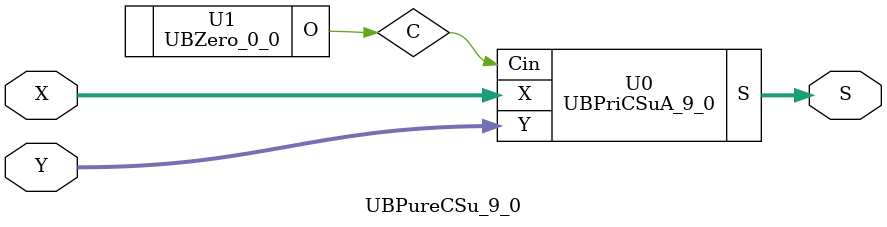
<source format=v>
/*----------------------------------------------------------------------------
  Copyright (c) 2021 Homma laboratory. All rights reserved.

  Top module: UBCSu_9_0_9_0

  Operand-1 length: 10
  Operand-2 length: 10
  Two-operand addition algorithm: Conditional sum adder
----------------------------------------------------------------------------*/

module UBFA_0(C, S, X, Y, Z);
  output C;
  output S;
  input X;
  input Y;
  input Z;
  assign C = ( X & Y ) | ( Y & Z ) | ( Z & X );
  assign S = X ^ Y ^ Z;
endmodule

module UBHCSuB_0_0(C, S, X, Y, Ci);
  output C;
  output S;
  input Ci;
  input X;
  input Y;
  UBFA_0 U0 (C, S, X, Y, Ci);
endmodule

module UBZero_1_1(O);
  output [1:1] O;
  assign O[1] = 0;
endmodule

module UBOne_1(O);
  output O;
  assign O = 1;
endmodule

module UBFA_1(C, S, X, Y, Z);
  output C;
  output S;
  input X;
  input Y;
  input Z;
  assign C = ( X & Y ) | ( Y & Z ) | ( Z & X );
  assign S = X ^ Y ^ Z;
endmodule

module UBCSuB_1_1(C_0, C_1, S_0, S_1, X, Y);
  output C_0;
  output C_1;
  output S_0;
  output S_1;
  input X;
  input Y;
  wire Ci_0;
  wire Ci_1;
  wire Co_0;
  wire Co_1;
  assign C_0 = ( Co_0 & ( ~ Ci_0 ) ) | ( Co_1 & Ci_0 );
  assign C_1 = ( Co_0 & ( ~ Ci_1 ) ) | ( Co_1 & Ci_1 );
  UBZero_1_1 U0 (Ci_0);
  UBOne_1 U1 (Ci_1);
  UBFA_1 U2 (Co_0, S_0, X, Y, Ci_0);
  UBFA_1 U3 (Co_1, S_1, X, Y, Ci_1);
endmodule

module UBHCSuB_1_0(C, S, X, Y, Ci);
  output C;
  output [1:0] S;
  input Ci;
  input [1:0] X;
  input [1:0] Y;
  wire C_0;
  wire C_1;
  wire Co;
  wire S_0;
  wire S_1;
  assign S[1] = ( S_0 & ( ~ Co ) ) | ( S_1 & Co );
  assign C = ( C_0 & ( ~ Co ) ) | ( C_1 & Co );
  UBHCSuB_0_0 U0 (Co, S[0], X[0], Y[0], Ci);
  UBCSuB_1_1 U1 (C_0, C_1, S_0, S_1, X[1], Y[1]);
endmodule

module UBZero_2_2(O);
  output [2:2] O;
  assign O[2] = 0;
endmodule

module UBOne_2(O);
  output O;
  assign O = 1;
endmodule

module UBFA_2(C, S, X, Y, Z);
  output C;
  output S;
  input X;
  input Y;
  input Z;
  assign C = ( X & Y ) | ( Y & Z ) | ( Z & X );
  assign S = X ^ Y ^ Z;
endmodule

module UBCSuB_2_2(C_0, C_1, S_0, S_1, X, Y);
  output C_0;
  output C_1;
  output S_0;
  output S_1;
  input X;
  input Y;
  wire Ci_0;
  wire Ci_1;
  wire Co_0;
  wire Co_1;
  assign C_0 = ( Co_0 & ( ~ Ci_0 ) ) | ( Co_1 & Ci_0 );
  assign C_1 = ( Co_0 & ( ~ Ci_1 ) ) | ( Co_1 & Ci_1 );
  UBZero_2_2 U0 (Ci_0);
  UBOne_2 U1 (Ci_1);
  UBFA_2 U2 (Co_0, S_0, X, Y, Ci_0);
  UBFA_2 U3 (Co_1, S_1, X, Y, Ci_1);
endmodule

module UBHCSuB_2_0(C, S, X, Y, Ci);
  output C;
  output [2:0] S;
  input Ci;
  input [2:0] X;
  input [2:0] Y;
  wire C_0;
  wire C_1;
  wire Co;
  wire S_0;
  wire S_1;
  assign S[2] = ( S_0 & ( ~ Co ) ) | ( S_1 & Co );
  assign C = ( C_0 & ( ~ Co ) ) | ( C_1 & Co );
  UBHCSuB_1_0 U0 (Co, S[1:0], X[1:0], Y[1:0], Ci);
  UBCSuB_2_2 U1 (C_0, C_1, S_0, S_1, X[2], Y[2]);
endmodule

module UBZero_3_3(O);
  output [3:3] O;
  assign O[3] = 0;
endmodule

module UBOne_3(O);
  output O;
  assign O = 1;
endmodule

module UBFA_3(C, S, X, Y, Z);
  output C;
  output S;
  input X;
  input Y;
  input Z;
  assign C = ( X & Y ) | ( Y & Z ) | ( Z & X );
  assign S = X ^ Y ^ Z;
endmodule

module UBCSuB_3_3(C_0, C_1, S_0, S_1, X, Y);
  output C_0;
  output C_1;
  output S_0;
  output S_1;
  input X;
  input Y;
  wire Ci_0;
  wire Ci_1;
  wire Co_0;
  wire Co_1;
  assign C_0 = ( Co_0 & ( ~ Ci_0 ) ) | ( Co_1 & Ci_0 );
  assign C_1 = ( Co_0 & ( ~ Ci_1 ) ) | ( Co_1 & Ci_1 );
  UBZero_3_3 U0 (Ci_0);
  UBOne_3 U1 (Ci_1);
  UBFA_3 U2 (Co_0, S_0, X, Y, Ci_0);
  UBFA_3 U3 (Co_1, S_1, X, Y, Ci_1);
endmodule

module UBZero_4_4(O);
  output [4:4] O;
  assign O[4] = 0;
endmodule

module UBOne_4(O);
  output O;
  assign O = 1;
endmodule

module UBFA_4(C, S, X, Y, Z);
  output C;
  output S;
  input X;
  input Y;
  input Z;
  assign C = ( X & Y ) | ( Y & Z ) | ( Z & X );
  assign S = X ^ Y ^ Z;
endmodule

module UBCSuB_4_4(C_0, C_1, S_0, S_1, X, Y);
  output C_0;
  output C_1;
  output S_0;
  output S_1;
  input X;
  input Y;
  wire Ci_0;
  wire Ci_1;
  wire Co_0;
  wire Co_1;
  assign C_0 = ( Co_0 & ( ~ Ci_0 ) ) | ( Co_1 & Ci_0 );
  assign C_1 = ( Co_0 & ( ~ Ci_1 ) ) | ( Co_1 & Ci_1 );
  UBZero_4_4 U0 (Ci_0);
  UBOne_4 U1 (Ci_1);
  UBFA_4 U2 (Co_0, S_0, X, Y, Ci_0);
  UBFA_4 U3 (Co_1, S_1, X, Y, Ci_1);
endmodule

module UBCSuB_4_3(C_0, C_1, S_0, S_1, X, Y);
  output C_0;
  output C_1;
  output [4:3] S_0;
  output [4:3] S_1;
  input [4:3] X;
  input [4:3] Y;
  wire Ci_0;
  wire Ci_1;
  wire Co_0;
  wire Co_1;
  wire So_0;
  wire So_1;
  assign S_0[4] = ( So_0 & ( ~ Ci_0 ) ) | ( So_1 & Ci_0 );
  assign C_0 = ( Co_0 & ( ~ Ci_0 ) ) | ( Co_1 & Ci_0 );
  assign S_1[4] = ( So_0 & ( ~ Ci_1 ) ) | ( So_1 & Ci_1 );
  assign C_1 = ( Co_0 & ( ~ Ci_1 ) ) | ( Co_1 & Ci_1 );
  UBCSuB_3_3 U0 (Ci_0, Ci_1, S_0[3], S_1[3], X[3], Y[3]);
  UBCSuB_4_4 U1 (Co_0, Co_1, So_0, So_1, X[4], Y[4]);
endmodule

module UBHCSuB_4_0(C, S, X, Y, Ci);
  output C;
  output [4:0] S;
  input Ci;
  input [4:0] X;
  input [4:0] Y;
  wire C_0;
  wire C_1;
  wire Co;
  wire [4:3] S_0;
  wire [4:3] S_1;
  assign S[3] = ( S_0[3] & ( ~ Co ) ) | ( S_1[3] & Co );
  assign S[4] = ( S_0[4] & ( ~ Co ) ) | ( S_1[4] & Co );
  assign C = ( C_0 & ( ~ Co ) ) | ( C_1 & Co );
  UBHCSuB_2_0 U0 (Co, S[2:0], X[2:0], Y[2:0], Ci);
  UBCSuB_4_3 U1 (C_0, C_1, S_0, S_1, X[4:3], Y[4:3]);
endmodule

module UBZero_5_5(O);
  output [5:5] O;
  assign O[5] = 0;
endmodule

module UBOne_5(O);
  output O;
  assign O = 1;
endmodule

module UBFA_5(C, S, X, Y, Z);
  output C;
  output S;
  input X;
  input Y;
  input Z;
  assign C = ( X & Y ) | ( Y & Z ) | ( Z & X );
  assign S = X ^ Y ^ Z;
endmodule

module UBCSuB_5_5(C_0, C_1, S_0, S_1, X, Y);
  output C_0;
  output C_1;
  output S_0;
  output S_1;
  input X;
  input Y;
  wire Ci_0;
  wire Ci_1;
  wire Co_0;
  wire Co_1;
  assign C_0 = ( Co_0 & ( ~ Ci_0 ) ) | ( Co_1 & Ci_0 );
  assign C_1 = ( Co_0 & ( ~ Ci_1 ) ) | ( Co_1 & Ci_1 );
  UBZero_5_5 U0 (Ci_0);
  UBOne_5 U1 (Ci_1);
  UBFA_5 U2 (Co_0, S_0, X, Y, Ci_0);
  UBFA_5 U3 (Co_1, S_1, X, Y, Ci_1);
endmodule

module UBZero_6_6(O);
  output [6:6] O;
  assign O[6] = 0;
endmodule

module UBOne_6(O);
  output O;
  assign O = 1;
endmodule

module UBFA_6(C, S, X, Y, Z);
  output C;
  output S;
  input X;
  input Y;
  input Z;
  assign C = ( X & Y ) | ( Y & Z ) | ( Z & X );
  assign S = X ^ Y ^ Z;
endmodule

module UBCSuB_6_6(C_0, C_1, S_0, S_1, X, Y);
  output C_0;
  output C_1;
  output S_0;
  output S_1;
  input X;
  input Y;
  wire Ci_0;
  wire Ci_1;
  wire Co_0;
  wire Co_1;
  assign C_0 = ( Co_0 & ( ~ Ci_0 ) ) | ( Co_1 & Ci_0 );
  assign C_1 = ( Co_0 & ( ~ Ci_1 ) ) | ( Co_1 & Ci_1 );
  UBZero_6_6 U0 (Ci_0);
  UBOne_6 U1 (Ci_1);
  UBFA_6 U2 (Co_0, S_0, X, Y, Ci_0);
  UBFA_6 U3 (Co_1, S_1, X, Y, Ci_1);
endmodule

module UBCSuB_6_5(C_0, C_1, S_0, S_1, X, Y);
  output C_0;
  output C_1;
  output [6:5] S_0;
  output [6:5] S_1;
  input [6:5] X;
  input [6:5] Y;
  wire Ci_0;
  wire Ci_1;
  wire Co_0;
  wire Co_1;
  wire So_0;
  wire So_1;
  assign S_0[6] = ( So_0 & ( ~ Ci_0 ) ) | ( So_1 & Ci_0 );
  assign C_0 = ( Co_0 & ( ~ Ci_0 ) ) | ( Co_1 & Ci_0 );
  assign S_1[6] = ( So_0 & ( ~ Ci_1 ) ) | ( So_1 & Ci_1 );
  assign C_1 = ( Co_0 & ( ~ Ci_1 ) ) | ( Co_1 & Ci_1 );
  UBCSuB_5_5 U0 (Ci_0, Ci_1, S_0[5], S_1[5], X[5], Y[5]);
  UBCSuB_6_6 U1 (Co_0, Co_1, So_0, So_1, X[6], Y[6]);
endmodule

module UBZero_7_7(O);
  output [7:7] O;
  assign O[7] = 0;
endmodule

module UBOne_7(O);
  output O;
  assign O = 1;
endmodule

module UBFA_7(C, S, X, Y, Z);
  output C;
  output S;
  input X;
  input Y;
  input Z;
  assign C = ( X & Y ) | ( Y & Z ) | ( Z & X );
  assign S = X ^ Y ^ Z;
endmodule

module UBCSuB_7_7(C_0, C_1, S_0, S_1, X, Y);
  output C_0;
  output C_1;
  output S_0;
  output S_1;
  input X;
  input Y;
  wire Ci_0;
  wire Ci_1;
  wire Co_0;
  wire Co_1;
  assign C_0 = ( Co_0 & ( ~ Ci_0 ) ) | ( Co_1 & Ci_0 );
  assign C_1 = ( Co_0 & ( ~ Ci_1 ) ) | ( Co_1 & Ci_1 );
  UBZero_7_7 U0 (Ci_0);
  UBOne_7 U1 (Ci_1);
  UBFA_7 U2 (Co_0, S_0, X, Y, Ci_0);
  UBFA_7 U3 (Co_1, S_1, X, Y, Ci_1);
endmodule

module UBCSuB_7_5(C_0, C_1, S_0, S_1, X, Y);
  output C_0;
  output C_1;
  output [7:5] S_0;
  output [7:5] S_1;
  input [7:5] X;
  input [7:5] Y;
  wire Ci_0;
  wire Ci_1;
  wire Co_0;
  wire Co_1;
  wire [7:7] So_0;
  wire [7:7] So_1;
  assign S_0[7] = ( So_0 & ( ~ Ci_0 ) ) | ( So_1 & Ci_0 );
  assign C_0 = ( Co_0 & ( ~ Ci_0 ) ) | ( Co_1 & Ci_0 );
  assign S_1[7] = ( So_0 & ( ~ Ci_1 ) ) | ( So_1 & Ci_1 );
  assign C_1 = ( Co_0 & ( ~ Ci_1 ) ) | ( Co_1 & Ci_1 );
  UBCSuB_6_5 U0 (Ci_0, Ci_1, S_0[6:5], S_1[6:5], X[6:5], Y[6:5]);
  UBCSuB_7_7 U1 (Co_0, Co_1, So_0, So_1, X[7], Y[7]);
endmodule

module UBZero_8_8(O);
  output [8:8] O;
  assign O[8] = 0;
endmodule

module UBOne_8(O);
  output O;
  assign O = 1;
endmodule

module UBFA_8(C, S, X, Y, Z);
  output C;
  output S;
  input X;
  input Y;
  input Z;
  assign C = ( X & Y ) | ( Y & Z ) | ( Z & X );
  assign S = X ^ Y ^ Z;
endmodule

module UBCSuB_8_8(C_0, C_1, S_0, S_1, X, Y);
  output C_0;
  output C_1;
  output S_0;
  output S_1;
  input X;
  input Y;
  wire Ci_0;
  wire Ci_1;
  wire Co_0;
  wire Co_1;
  assign C_0 = ( Co_0 & ( ~ Ci_0 ) ) | ( Co_1 & Ci_0 );
  assign C_1 = ( Co_0 & ( ~ Ci_1 ) ) | ( Co_1 & Ci_1 );
  UBZero_8_8 U0 (Ci_0);
  UBOne_8 U1 (Ci_1);
  UBFA_8 U2 (Co_0, S_0, X, Y, Ci_0);
  UBFA_8 U3 (Co_1, S_1, X, Y, Ci_1);
endmodule

module UBZero_9_9(O);
  output [9:9] O;
  assign O[9] = 0;
endmodule

module UBOne_9(O);
  output O;
  assign O = 1;
endmodule

module UBFA_9(C, S, X, Y, Z);
  output C;
  output S;
  input X;
  input Y;
  input Z;
  assign C = ( X & Y ) | ( Y & Z ) | ( Z & X );
  assign S = X ^ Y ^ Z;
endmodule

module UBCSuB_9_9(C_0, C_1, S_0, S_1, X, Y);
  output C_0;
  output C_1;
  output S_0;
  output S_1;
  input X;
  input Y;
  wire Ci_0;
  wire Ci_1;
  wire Co_0;
  wire Co_1;
  assign C_0 = ( Co_0 & ( ~ Ci_0 ) ) | ( Co_1 & Ci_0 );
  assign C_1 = ( Co_0 & ( ~ Ci_1 ) ) | ( Co_1 & Ci_1 );
  UBZero_9_9 U0 (Ci_0);
  UBOne_9 U1 (Ci_1);
  UBFA_9 U2 (Co_0, S_0, X, Y, Ci_0);
  UBFA_9 U3 (Co_1, S_1, X, Y, Ci_1);
endmodule

module UBCSuB_9_8(C_0, C_1, S_0, S_1, X, Y);
  output C_0;
  output C_1;
  output [9:8] S_0;
  output [9:8] S_1;
  input [9:8] X;
  input [9:8] Y;
  wire Ci_0;
  wire Ci_1;
  wire Co_0;
  wire Co_1;
  wire So_0;
  wire So_1;
  assign S_0[9] = ( So_0 & ( ~ Ci_0 ) ) | ( So_1 & Ci_0 );
  assign C_0 = ( Co_0 & ( ~ Ci_0 ) ) | ( Co_1 & Ci_0 );
  assign S_1[9] = ( So_0 & ( ~ Ci_1 ) ) | ( So_1 & Ci_1 );
  assign C_1 = ( Co_0 & ( ~ Ci_1 ) ) | ( Co_1 & Ci_1 );
  UBCSuB_8_8 U0 (Ci_0, Ci_1, S_0[8], S_1[8], X[8], Y[8]);
  UBCSuB_9_9 U1 (Co_0, Co_1, So_0, So_1, X[9], Y[9]);
endmodule

module UBCSuB_9_5(C_0, C_1, S_0, S_1, X, Y);
  output C_0;
  output C_1;
  output [9:5] S_0;
  output [9:5] S_1;
  input [9:5] X;
  input [9:5] Y;
  wire Ci_0;
  wire Ci_1;
  wire Co_0;
  wire Co_1;
  wire [9:8] So_0;
  wire [9:8] So_1;
  assign S_0[8] = ( So_0[8] & ( ~ Ci_0 ) ) | ( So_1[8] & Ci_0 );
  assign S_0[9] = ( So_0[9] & ( ~ Ci_0 ) ) | ( So_1[9] & Ci_0 );
  assign C_0 = ( Co_0 & ( ~ Ci_0 ) ) | ( Co_1 & Ci_0 );
  assign S_1[8] = ( So_0[8] & ( ~ Ci_1 ) ) | ( So_1[8] & Ci_1 );
  assign S_1[9] = ( So_0[9] & ( ~ Ci_1 ) ) | ( So_1[9] & Ci_1 );
  assign C_1 = ( Co_0 & ( ~ Ci_1 ) ) | ( Co_1 & Ci_1 );
  UBCSuB_7_5 U0 (Ci_0, Ci_1, S_0[7:5], S_1[7:5], X[7:5], Y[7:5]);
  UBCSuB_9_8 U1 (Co_0, Co_1, So_0, So_1, X[9:8], Y[9:8]);
endmodule

module UBPriCSuA_9_0(S, X, Y, Cin);
  output [10:0] S;
  input Cin;
  input [9:0] X;
  input [9:0] Y;
  wire C_0;
  wire C_1;
  wire Co;
  wire [9:5] S_0;
  wire [9:5] S_1;
  assign S[5] = ( S_0[5] & ( ~ Co ) ) | ( S_1[5] & Co );
  assign S[6] = ( S_0[6] & ( ~ Co ) ) | ( S_1[6] & Co );
  assign S[7] = ( S_0[7] & ( ~ Co ) ) | ( S_1[7] & Co );
  assign S[8] = ( S_0[8] & ( ~ Co ) ) | ( S_1[8] & Co );
  assign S[9] = ( S_0[9] & ( ~ Co ) ) | ( S_1[9] & Co );
  assign S[10] = ( C_0 & ( ~ Co ) ) | ( C_1 & Co );
  UBHCSuB_4_0 U0 (Co, S[4:0], X[4:0], Y[4:0], Cin);
  UBCSuB_9_5 U1 (C_0, C_1, S_0, S_1, X[9:5], Y[9:5]);
endmodule

module UBZero_0_0(O);
  output [0:0] O;
  assign O[0] = 0;
endmodule

module UBCSu_9_0_9_0 (S, X, Y);
  output [10:0] S;
  input [9:0] X;
  input [9:0] Y;
  UBPureCSu_9_0 U0 (S[10:0], X[9:0], Y[9:0]);
endmodule

module UBPureCSu_9_0 (S, X, Y);
  output [10:0] S;
  input [9:0] X;
  input [9:0] Y;
  wire C;
  UBPriCSuA_9_0 U0 (S, X, Y, C);
  UBZero_0_0 U1 (C);
endmodule


</source>
